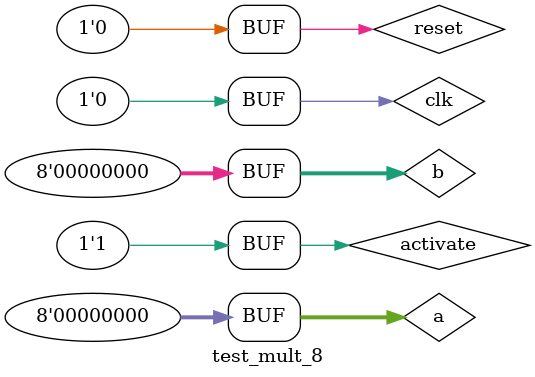
<source format=v>
module test_mult_8;
   reg activate, clk, reset;
   reg [7:0] a, b;

   wire [7:0] div8, div16;
   wire      mod;

   mult_8 test_mult_8(activate, clk, reset, a, b, div8, div16);

   initial
     begin
	$dumpfile("build/alu/arithm/signal/signal_mult8.vcd");
	$dumpvars;
	$display("\t\ttime, \tactivate, \tclk, \treset, \ta,\tb, \tdiv8,\tdiv16");
	$monitor("%d \t\t%b \t%b \t%b \t%d \t%d \t%d \t%d \t%d", $time, activate, clk, reset, a, b, div8, div16);

	activate = 0;
	clk = 0;
	reset = 1;
	a = 0;
	b = 0;
	#5;
	activate = 0;
	clk = 0;
	reset = 1;
	a = 0;
	b = 0;
	#5;
	//11
	activate = 1;
	clk = 1;
	reset = 0;
	a = 6;
	b = 2;
	#5;
	activate = 1;//repauto
	clk = 0;
	reset = 0;
	a = 0;
	b = 0;
	#5;
	//12
	activate = 1;//repauto
	clk = 1;
	reset = 0;
	a = 0;
	b = 0;
	#5;
	activate = 1;//repauto
	clk = 0;
	reset = 0;
	a = 0;
	b = 0;
	#5;
	//13
	activate = 1;//repauto
	clk = 1;
	reset = 0;
	a = 0;
	b = 0;
	#5;
	activate = 1;//repauto
	clk = 0;
	reset = 0;
	a = 0;
	b = 0;
	#5;
	//21
	activate = 1;
	clk = 1;
	reset = 0;
	a = 6;
	b = 2;
	#5;
	activate = 1;//repauto
	clk = 0;
	reset = 0;
	a = 0;
	b = 0;
	#5;
	//22
	activate = 1;//repauto
	clk = 1;
	reset = 0;
	a = 0;
	b = 0;
	#5;
	activate = 1;//repauto
	clk = 0;
	reset = 0;
	a = 0;
	b = 0;
	#5;
	//23
	activate = 1;//repauto
	clk = 1;
	reset = 0;
	a = 0;
	b = 0;
	#5;
	activate = 1;//repauto
	clk = 0;
	reset = 0;
	a = 0;
	b = 0;
	#5;
	//31
	activate = 1;
	clk = 1;
	reset = 0;
	a = 6;
	b = 2;
	#5;
	activate = 1;//repauto
	clk = 0;
	reset = 0;
	a = 0;
	b = 0;
	#5;
	//32
	activate = 1;//repauto
	clk = 1;
	reset = 0;
	a = 0;
	b = 0;
	#5;
	activate = 1;//repauto
	clk = 0;
	reset = 0;
	a = 0;
	b = 0;
	#5;
	//33
	activate = 1;//repauto
	clk = 1;
	reset = 0;
	a = 0;
	b = 0;
	#5;
	activate = 1;//repauto
	clk = 0;
	reset = 0;
	a = 0;
	b = 0;
	#5;
	//41
	activate = 1;
	clk = 1;
	reset = 0;
	a = 6;
	b = 2;
	#5;
	activate = 1;//repauto
	clk = 0;
	reset = 0;
	a = 0;
	b = 0;
	#5;
	//42
	activate = 1;//repauto
	clk = 1;
	reset = 0;
	a = 0;
	b = 0;
	#5;
	activate = 1;//repauto
	clk = 0;
	reset = 0;
	a = 0;
	b = 0;
	#5;
	//43
	activate = 1;//repauto
	clk = 1;
	reset = 0;
	a = 0;
	b = 0;
	#5;
	activate = 1;//repauto
	clk = 0;
	reset = 0;
	a = 0;
	b = 0;
	#5;
	//51
	activate = 1;
	clk = 1;
	reset = 0;
	a = 6;
	b = 2;
	#5;
	activate = 1;//repauto
	clk = 0;
	reset = 0;
	a = 0;
	b = 0;
	#5;
	//52
	activate = 1;//repauto
	clk = 1;
	reset = 0;
	a = 0;
	b = 0;
	#5;
	activate = 1;//repauto
	clk = 0;
	reset = 0;
	a = 0;
	b = 0;
	#5;
	//53
	activate = 1;//repauto
	clk = 1;
	reset = 0;
	a = 0;
	b = 0;
	#5;
	activate = 1;//repauto
	clk = 0;
	reset = 0;
	a = 0;
	b = 0;
	#5;
	//61
	activate = 1;
	clk = 1;
	reset = 0;
	a = 6;
	b = 2;
	#5;
	activate = 1;//repauto
	clk = 0;
	reset = 0;
	a = 0;
	b = 0;
	#5;
	//62
	activate = 1;//repauto
	clk = 1;
	reset = 0;
	a = 0;
	b = 0;
	#5;
	activate = 1;//repauto
	clk = 0;
	reset = 0;
	a = 0;
	b = 0;
	#5;
	//63
	activate = 1;//repauto
	clk = 1;
	reset = 0;
	a = 0;
	b = 0;
	#5;
	activate = 1;//repauto
	clk = 0;
	reset = 0;
	a = 0;
	b = 0;
	#5;
	//71
	activate = 1;
	clk = 1;
	reset = 0;
	a = 6;
	b = 2;
	#5;
	activate = 1;//repauto
	clk = 0;
	reset = 0;
	a = 0;
	b = 0;
	#5;
	//72
	activate = 1;//repauto
	clk = 1;
	reset = 0;
	a = 0;
	b = 0;
	#5;
	activate = 1;//repauto
	clk = 0;
	reset = 0;
	a = 0;
	b = 0;
	#5;
	//73
	activate = 1;//repauto
	clk = 1;
	reset = 0;
	a = 0;
	b = 0;
	#5;
	activate = 1;//repauto
	clk = 0;
	reset = 0;
	a = 0;
	b = 0;
	#5;
	//81
	activate = 1;
	clk = 1;
	reset = 0;
	a = 6;
	b = 2;
	#5;
	activate = 1;//repauto
	clk = 0;
	reset = 0;
	a = 0;
	b = 0;
	#5;
	//82
	activate = 1;//repauto
	clk = 1;
	reset = 0;
	a = 0;
	b = 0;
	#5;
	activate = 1;//repauto
	clk = 0;
	reset = 0;
	a = 0;
	b = 0;
	#5;
	//83
	activate = 1;//repauto
	clk = 1;
	reset = 0;
	a = 0;
	b = 0;
	#5;
	activate = 1;//repauto
	clk = 0;
	reset = 0;
	a = 0;
	b = 0;
	#5;
	//res
	activate = 1;//repauto
	clk = 1;
	reset = 0;
	a = 0;
	b = 0;
	#5;
	activate = 1;//repauto
	clk = 0;
	reset = 0;
	a = 0;
	b = 0;
     end
endmodule // test_mult


</source>
